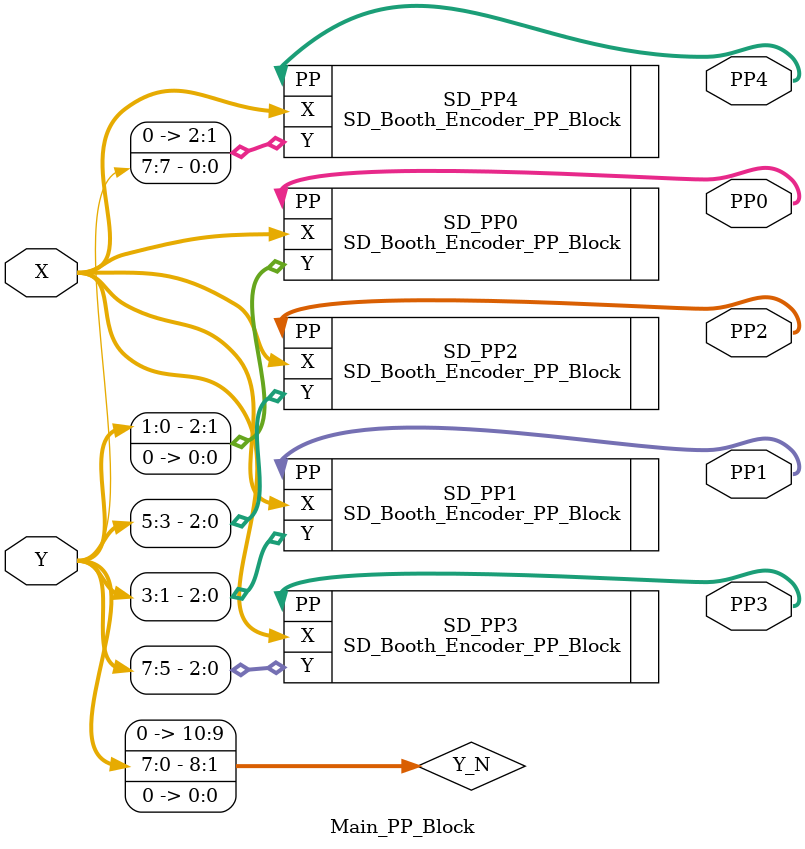
<source format=v>
module Main_PP_Block (X,Y,PP0,PP1,PP2,PP3,PP4);
  input [7:0]X,Y;
  output [15:0]PP0,PP1,PP2,PP3,PP4;
  wire [10:0]Y_N;
  
  
  assign Y_N={2'b0,Y,1'b0};

  
  SD_Booth_Encoder_PP_Block SD_PP0 (
    .X(X),
    .Y(Y_N[2:0]),
    .PP(PP0)
    );
    
  SD_Booth_Encoder_PP_Block SD_PP1 (
    .X(X),
    .Y(Y_N[4:2]),
    .PP(PP1)
    );    

  SD_Booth_Encoder_PP_Block SD_PP2 (
    .X(X),
    .Y(Y_N[6:4]),
    .PP(PP2)
    );

  SD_Booth_Encoder_PP_Block SD_PP3 (
    .X(X),
    .Y(Y_N[8:6]),
    .PP(PP3)
    );    

  SD_Booth_Encoder_PP_Block SD_PP4 (
    .X(X),
    .Y(Y_N[10:8]),
    .PP(PP4)
    );         

endmodule
</source>
